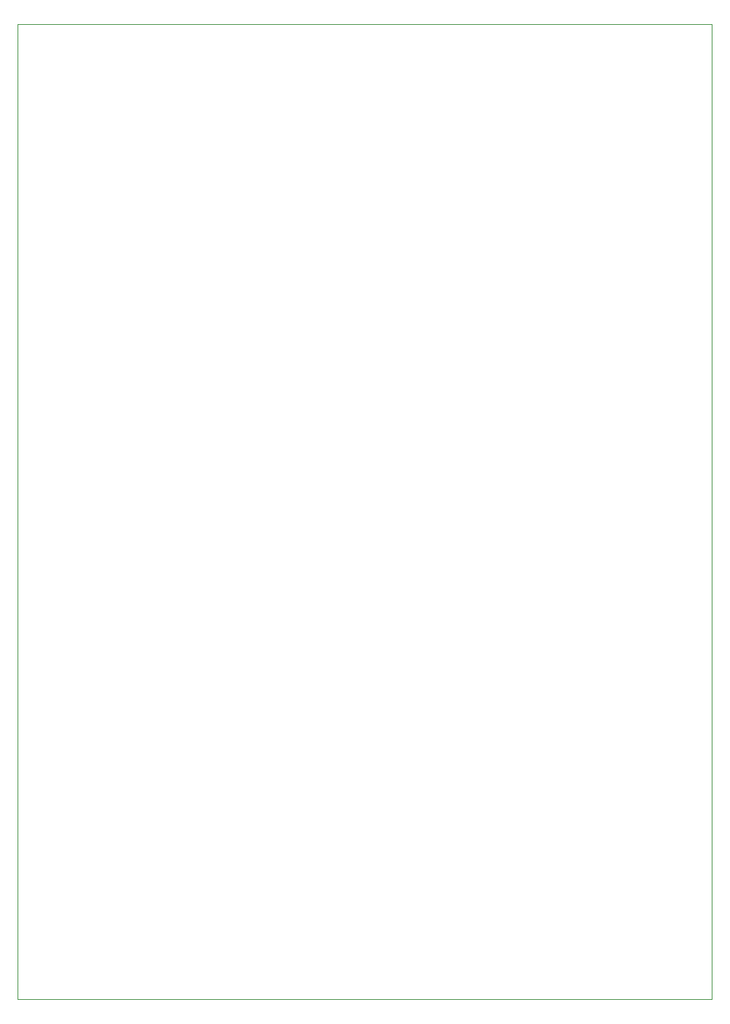
<source format=gbr>
%TF.GenerationSoftware,KiCad,Pcbnew,9.0.2*%
%TF.CreationDate,2025-07-09T23:55:51-04:00*%
%TF.ProjectId,jammaSFTM-CPS,6a616d6d-6153-4465-944d-2d4350532e6b,rev?*%
%TF.SameCoordinates,Original*%
%TF.FileFunction,Profile,NP*%
%FSLAX46Y46*%
G04 Gerber Fmt 4.6, Leading zero omitted, Abs format (unit mm)*
G04 Created by KiCad (PCBNEW 9.0.2) date 2025-07-09 23:55:51*
%MOMM*%
%LPD*%
G01*
G04 APERTURE LIST*
%TA.AperFunction,Profile*%
%ADD10C,0.100000*%
%TD*%
G04 APERTURE END LIST*
D10*
X59944000Y-46380400D02*
X140385800Y-46380400D01*
X140385800Y-159207200D01*
X59944000Y-159207200D01*
X59944000Y-46380400D01*
M02*

</source>
